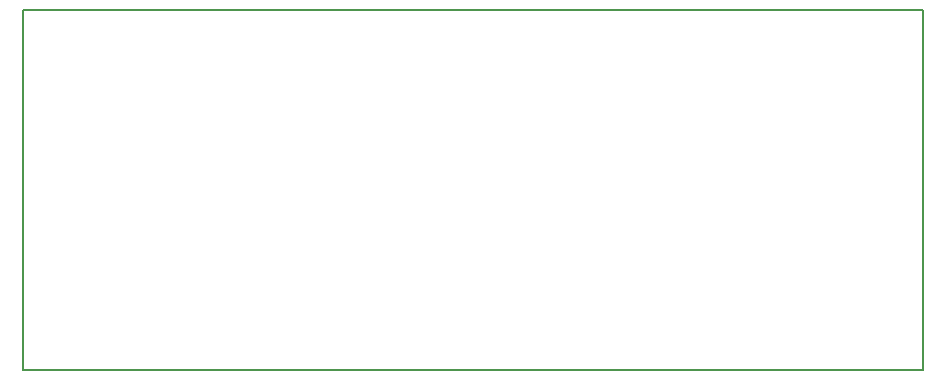
<source format=gm1>
G04 #@! TF.FileFunction,Profile,NP*
%FSLAX46Y46*%
G04 Gerber Fmt 4.6, Leading zero omitted, Abs format (unit mm)*
G04 Created by KiCad (PCBNEW 4.0.7) date 05/03/18 21:25:46*
%MOMM*%
%LPD*%
G01*
G04 APERTURE LIST*
%ADD10C,0.100000*%
%ADD11C,0.150000*%
G04 APERTURE END LIST*
D10*
D11*
X134620000Y-127000000D02*
X134620000Y-96520000D01*
X210820000Y-127000000D02*
X134620000Y-127000000D01*
X210820000Y-96520000D02*
X210820000Y-127000000D01*
X134620000Y-96520000D02*
X210820000Y-96520000D01*
M02*

</source>
